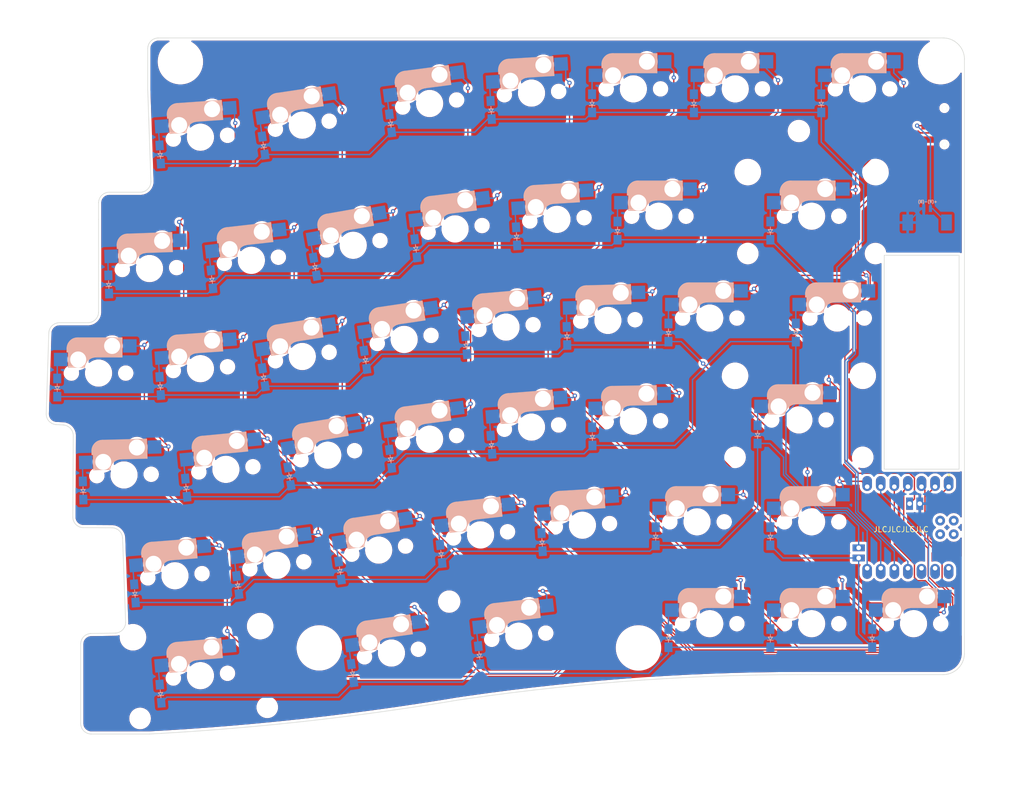
<source format=kicad_pcb>
(kicad_pcb (version 20211014) (generator pcbnew)
  (layers (0 "F.Cu" signal) (31 "B.Cu" signal) (34 "B.Paste" user) (35 "F.Paste" user) (36 "B.SilkS" user "B.Silkscreen") (37 "F.SilkS" user "F.Silkscreen") (38 "B.Mask" user) (39 "F.Mask" user) (44 "Edge.Cuts" user))
  (net 0 "")
  (net 1 "Net-(BC1-Pad1)")
  (net 2 "GND")
  (net 3 "ROW0")
  (net 4 "ROW1")
  (net 5 "ROW2")
  (net 6 "ROW3")
  (net 11 "COL0")
  (net 12 "COL1")
  (net 13 "COL6")
  (net 17 "ROW4")
  (net 18 "COL5")
  (net 19 "COL4")
  (net 20 "COL3")
  (net 21 "COL2")
  (net 23 "+BATT")
  (net 64 "ROW5")
  (footprint "footprints:MX-hotswap-diode-smd" (layer "F.Cu") (at 156.604206 109.612525 -175.5)
    (fp_text reference "SW26" hide)
    (fp_text value "Switch")
  )
  (footprint "footprints:MX-hotswap-diode-smd" (layer "F.Cu") (at 189.941706 146.375025 180)
    (fp_text reference "SW39" hide)
    (fp_text value "Switch")
  )
  (footprint "" (layer "F.Cu") (at 206.604206 54.242525)
    (fp_text reference "")
    (fp_text value "")
  )
  (footprint "footprints:MX-hotswap-diode-smd" (layer "F.Cu") (at 137.554206 49.100025 -172.5)
    (fp_text reference "SW3" hide)
    (fp_text value "Switch")
  )
  (footprint "footprints:MX-hotswap-diode-smd" (layer "F.Cu") (at 113.741706 96.412525 -171)
    (fp_text reference "SW17" hide)
    (fp_text value "Switch")
  )
  (footprint "footprints:MX-hotswap-diode-smd" (layer "F.Cu") (at 85.166706 79.962525 -178)
    (fp_text reference "SW8" hide)
    (fp_text value "Switch")
  )
  (footprint "footprints:MX-hotswap-diode-smd" (layer "F.Cu") (at 113.741706 53.150025 -171.5)
    (fp_text reference "SW2" hide)
    (fp_text value "Switch")
  )
  (footprint "footprints:MX-hotswap-diode-smd" (layer "F.Cu") (at 94.691706 98.686525 -176)
    (fp_text reference "SW16" hide)
    (fp_text value "Switch")
  )
  (footprint "footprints:MX-hotswap-diode-smd" (layer "F.Cu") (at 80.404206 118.562525 -178.5)
    (fp_text reference "SW22" hide)
    (fp_text value "Switch")
  )
  (footprint "" (layer "F.Cu") (at 233.121706 41.282534)
    (fp_text reference "")
    (fp_text value "")
  )
  (footprint "footprints:MX-hotswap-diode-smd" (layer "F.Cu") (at 175.654206 46.362525 180)
    (fp_text reference "SW5" hide)
    (fp_text value "Switch")
  )
  (footprint "footprints:MX-hotswap-diode-smd_2.25u_stabilizer" (layer "F.Cu") (at 206.610456 108.275025 180)
    (fp_text reference "SW35" hide)
    (fp_text value "Switch")
  )
  (footprint "footprints:MX-hotswap-diode-smd_1.5u" (layer "F.Cu") (at 213.754206 89.225025 180)
    (fp_text reference "SW28" hide)
    (fp_text value "Switch")
  )
  (footprint "footprints:MX-hotswap-diode-smd_1.25u" (layer "F.Cu") (at 130.410456 151.862525 -172)
    (fp_text reference "SW37" hide)
    (fp_text value "Switch")
  )
  (footprint "footprints:MX-hotswap-diode-smd" (layer "F.Cu") (at 208.991706 127.325025 180)
    (fp_text reference "SW42" hide)
    (fp_text value "Switch")
  )
  (footprint "footprints:MX-hotswap-diode-smd" (layer "F.Cu") (at 194.704206 46.362525 180)
    (fp_text reference "SW6" hide)
    (fp_text value "Switch")
  )
  (footprint "footprints:MX-hotswap-diode-smd" (layer "F.Cu") (at 218.516706 46.362525 180)
    (fp_text reference "SW7" hide)
    (fp_text value "Switch")
  )
  (footprint "Seeeduino XIAO KICAD:Seeeduino XIAO-MOUDLE14P-2.54-21X17.8MM" (layer "F.Cu") (at 226.991706 128.377525 -90)
    (fp_text reference "MCU1" hide)
    (fp_text value "xaio_ble" hide)
  )
  (footprint "footprints:MX-hotswap-diode-smd" (layer "F.Cu") (at 104.216706 78.417325 -173.5)
    (fp_text reference "SW9" hide)
    (fp_text value "Switch")
  )
  (footprint "footprints:MX-hotswap-diode-smd" (layer "F.Cu") (at 108.979206 135.462525 -172.5)
    (fp_text reference "SW30" hide)
    (fp_text value "Switch")
  )
  (footprint "footprints:SK19 toggle switch" (layer "F.Cu") (at 233.816706 53.347525 -90)
    (fp_text reference "TG_SW1" hide)
    (fp_text value "Toggle_Switch" hide)
  )
  (footprint "footprints:MX-hotswap-diode-smd" (layer "F.Cu") (at 208.991706 146.375025 180)
    (fp_text reference "SW40" hide)
    (fp_text value "Switch")
  )
  (footprint "footprints:MX-hotswap-diode-smd" (layer "F.Cu") (at 94.691706 55.400025 -176)
    (fp_text reference "SW1" hide)
    (fp_text value "Switch")
  )
  (footprint "footprints:MX-hotswap-diode-smd" (layer "F.Cu") (at 170.891706 89.662525 -178.5)
    (fp_text reference "SW20" hide)
    (fp_text value "Switch")
  )
  (footprint "footprints:MX-hotswap-diode-smd" (layer "F.Cu") (at 89.929206 137.412525 -175.5)
    (fp_text reference "SW29" hide)
    (fp_text value "Switch")
  )
  (footprint "footprints:MX-hotswap-diode-smd_2.25u_stabilizer" (layer "F.Cu") (at 94.691706 156.094516 -175)
    (fp_text reference "SW36" hide)
    (fp_text value "Switch")
  )
  (footprint "footprints:MX-hotswap-diode-smd" (layer "F.Cu") (at 147.079206 129.762525 -173.5)
    (fp_text reference "SW32" hide)
    (fp_text value "Switch")
  )
  (footprint "" (layer "F.Cu") (at 141.211706 142.242525)
    (fp_text reference "")
    (fp_text value "")
  )
  (footprint "footprints:MX-hotswap-diode-smd" (layer "F.Cu") (at 228.041706 146.375025 180)
    (fp_text reference "SW41" hide)
    (fp_text value "Switch")
  )
  (footprint "footprints:MX-hotswap-diode-smd" (layer "F.Cu") (at 166.129206 127.962525 -176.5)
    (fp_text reference "SW33" hide)
    (fp_text value "Switch")
  )
  (footprint "footprints:MX-hotswap-diode-smd_2u_stabilizer" (layer "F.Cu") (at 208.991706 70.175025 180)
    (fp_text reference "SW14" hide)
    (fp_text value "Switch")
  )
  (footprint "footprints:MX-hotswap-diode-smd" (layer "F.Cu") (at 142.316706 72.542525 -173)
    (fp_text reference "SW11" hide)
    (fp_text value "Switch")
  )
  (footprint "footprints:battery_1.25mm_jst" (layer "F.Cu") (at 230.581706 68.755025)
    (fp_text reference "BC1" hide)
    (fp_text value "Battery_Connector" hide)
  )
  (footprint "" (layer "F.Cu") (at 116.916706 150.900034)
    (fp_text reference "")
    (fp_text value "")
  )
  (footprint "" (layer "F.Cu") (at 90.946706 41.282534)
    (fp_text reference "")
    (fp_text value "")
  )
  (footprint "footprints:MX-hotswap-diode-smd_1.25u" (layer "F.Cu") (at 154.222956 148.712525 -173.5)
    (fp_text reference "SW38" hide)
    (fp_text value "Switch")
  )
  (footprint "footprints:MX-hotswap-diode-smd" (layer "F.Cu") (at 75.641706 99.512525 180)
    (fp_text reference "SW15" hide)
    (fp_text value "Switch")
  )
  (footprint "footprints:MX-hotswap-diode-smd" (layer "F.Cu") (at 189.941706 89.225025 180)
    (fp_text reference "SW21" hide)
    (fp_text value "Switch")
  )
  (footprint "footprints:MX-hotswap-diode-smd" (layer "F.Cu") (at 128.029206 132.612525 -171.5)
    (fp_text reference "SW31" hide)
    (fp_text value "Switch")
  )
  (footprint "footprints:MX-hotswap-diode-smd" (layer "F.Cu") (at 161.366706 70.762525 -176.5)
    (fp_text reference "SW12" hide)
    (fp_text value "Switch")
  )
  (footprint "footprints:MX-hotswap-diode-smd" (layer "F.Cu") (at 123.266706 75.612525 -170)
    (fp_text reference "SW10" hide)
    (fp_text value "Switch")
  )
  (footprint "footprints:MX-hotswap-diode-smd" (layer "F.Cu") (at 99.454206 117.512525 -174.5)
    (fp_text reference "SW23" hide)
    (fp_text value "Switch")
  )
  (footprint "footprints:MX-hotswap-diode-smd_1.25u" (layer "F.Cu") (at 187.560456 127.325025 180)
    (fp_text reference "SW34" hide)
    (fp_text value "Switch")
  )
  (footprint "footprints:MX-hotswap-diode-smd" (layer "F.Cu") (at 151.841706 90.912525 -175)
    (fp_text reference "SW19" hide)
    (fp_text value "Switch")
  )
  (footprint "footprints:MX-hotswap-diode-smd" (layer "F.Cu") (at 180.416706 70.175025 180)
    (fp_text reference "SW13" hide)
    (fp_text value "Switch")
  )
  (footprint "footprints:MX-hotswap-diode-smd" (layer "F.Cu") (at 132.791706 93.212525 -171.5)
    (fp_text reference "SW18" hide)
    (fp_text value "Switch")
  )
  (footprint "footprints:MX-hotswap-diode-smd" (layer "F.Cu") (at 137.554206 111.862525 -172.5)
    (fp_text reference "SW25" hide)
    (fp_text value "Switch")
  )
  (footprint "footprints:MX-hotswap-diode-smd" (layer "F.Cu") (at 175.654206 108.512525 -179)
    (fp_text reference "SW27" hide)
    (fp_text value "Switch")
  )
  (footprint "footprints:MX-hotswap-diode-smd" (layer "F.Cu") (at 156.604206 47.150025 -176.5)
    (fp_text reference "SW4" hide)
    (fp_text value "Switch")
  )
  (footprint "" (layer "F.Cu") (at 176.606706 150.900034)
    (fp_text reference "")
    (fp_text value "")
  )
  (footprint "footprints:MX-hotswap-diode-smd" (layer "F.Cu") (at 118.504206 114.862525 -170.5)
    (fp_text reference "SW24" hide)
    (fp_text value "Switch")
  )
  (gr_line (start 72.297775 165.155386) (end 72.295256 165.012525) (layer "Edge.Cuts") (width 0.1))
  (gr_line (start 237.184893 39.126244) (end 237.335203 39.48913) (layer "Edge.Cuts") (width 0.1))
  (gr_line (start 65.847567 107.227996) (end 65.84966 107.086703) (layer "Edge.Cuts") (width 0.1))
  (gr_line (start 236.254602 37.87188) (end 236.532341 38.149621) (layer "Edge.Cuts") (width 0.1))
  (gr_line (start 235.950932 155.114776) (end 235.62435 155.332991) (layer "Edge.Cuts") (width 0.1))
  (gr_line (start 135.943111 161.76843) (end 131.551029 162.423215) (layer "Edge.Cuts") (width 0.1))
  (gr_line (start 70.682896 110.282829) (end 70.537791 110.046075) (layer "Edge.Cuts") (width 0.1))
  (gr_line (start 235.277952 155.518144) (end 234.915073 155.668453) (layer "Edge.Cuts") (width 0.1))
  (gr_line (start 80.074907 129.961116) (end 79.988929 129.696623) (layer "Edge.Cuts") (width 0.1))
  (gr_line (start 75.644132 67.544655) (end 75.684794 67.261822) (layer "Edge.Cuts") (width 0.1))
  (gr_line (start 67.646748 90.206182) (end 67.915753 90.128905) (layer "Edge.Cuts") (width 0.1))
  (gr_line (start 236.532289 154.587867) (end 236.254553 154.865602) (layer "Edge.Cuts") (width 0.1))
  (gr_line (start 73.86958 166.969316) (end 73.59543 166.88882) (layer "Edge.Cuts") (width 0.1))
  (gr_line (start 78.143147 128.446386) (end 72.815325 128.417112) (layer "Edge.Cuts") (width 0.1))
  (gr_line (start 72.413726 149.514586) (end 72.52759 149.259148) (layer "Edge.Cuts") (width 0.1))
  (gr_line (start 237.525847 40.25024) (end 237.564344 40.641133) (layer "Edge.Cuts") (width 0.1))
  (gr_line (start 86.136638 36.9611) (end 86.410804 36.880598) (layer "Edge.Cuts") (width 0.1))
  (gr_line (start 122.750826 163.619646) (end 118.343351 164.161205) (layer "Edge.Cuts") (width 0.1))
  (gr_line (start 79.955871 147.691302) (end 80.165591 147.496449) (layer "Edge.Cuts") (width 0.1))
  (gr_line (start 78.767733 148.129351) (end 78.910707 148.122136) (layer "Edge.Cuts") (width 0.1))
  (gr_line (start 77.641706 65.687525) (end 83.426641 65.687525) (layer "Edge.Cuts") (width 0.1))
  (gr_line (start 237.449166 152.872528) (end 237.335147 153.248391) (layer "Edge.Cuts") (width 0.1))
  (gr_line (start 75.24484 89.287611) (end 75.399315 89.047247) (layer "Edge.Cuts") (width 0.1))
  (gr_line (start 84.649306 65.273626) (end 84.86696 65.078963) (layer "Edge.Cuts") (width 0.1))
  (gr_line (start 73.59543 166.88882) (end 73.335526 166.770128) (layer "Edge.Cuts") (width 0.1))
  (gr_line (start 202.73771 155.919107) (end 198.568818 155.982964) (layer "Edge.Cuts") (width 0.1))
  (gr_line (start 66.05615 108.043851) (end 65.948319 107.78266) (layer "Edge.Cuts") (width 0.1))
  (gr_line (start 235.624388 37.404479) (end 235.950976 37.622699) (layer "Edge.Cuts") (width 0.1))
  (gr_line (start 80.671979 146.485728) (end 80.702492 146.201089) (layer "Edge.Cuts") (width 0.1))
  (gr_line (start 74.152394 167.009978) (end 73.86958 166.969316) (layer "Edge.Cuts") (width 0.1))
  (gr_line (start 76.038473 66.487355) (end 76.225592 66.271406) (layer "Edge.Cuts") (width 0.1))
  (gr_line (start 79.71187 129.21585) (end 79.526133 129.008846) (layer "Edge.Cuts") (width 0.1))
  (gr_line (start 75.59851 88.513199) (end 75.639175 88.230386) (layer "Edge.Cuts") (width 0.1))
  (gr_line (start 71.063546 127.367411) (end 70.946257 127.106904) (layer "Edge.Cuts") (width 0.1))
  (gr_line (start 177.743784 156.895695) (end 173.585291 157.196816) (layer "Edge.Cuts") (width 0.1))
  (gr_line (start 70.793853 110.537381) (end 70.682896 110.282829) (layer "Edge.Cuts") (width 0.1))
  (gr_line (start 74.841796 89.690651) (end 75.057731 89.503544) (layer "Edge.Cuts") (width 0.1))
  (gr_line (start 73.06385 148.621006) (end 73.295864 148.464853) (layer "Edge.Cuts") (width 0.1))
  (gr_line (start 161.129589 158.336873) (end 156.985528 158.795675) (layer "Edge.Cuts") (width 0.1))
  (gr_line (start 74.228626 148.201279) (end 78.767733 148.129351) (layer "Edge.Cuts") (width 0.1))
  (gr_line (start 80.69979 146.057958) (end 80.130843 130.373852) (layer "Edge.Cuts") (width 0.1))
  (gr_line (start 186.06841 156.411968) (end 181.904949 156.634071) (layer "Edge.Cuts") (width 0.1))
  (gr_line (start 67.749738 109.148515) (end 67.608744 109.139097) (layer "Edge.Cuts") (width 0.1))
  (gr_line (start 74.341529 89.963817) (end 74.601431 89.845124) (layer "Edge.Cuts") (width 0.1))
  (gr_line (start 67.915753 90.128905) (end 68.192905 90.089888) (layer "Edge.Cuts") (width 0.1))
  (gr_line (start 78.557409 128.489666) (end 78.28219 128.449624) (layer "Edge.Cuts") (width 0.1))
  (gr_line (start 113.931392 164.664937) (end 109.515276 165.130806) (layer "Edge.Cuts") (width 0.1))
  (gr_line (start 237.525795 152.487299) (end 237.449166 152.872528) (layer "Edge.Cuts") (width 0.1))
  (gr_line (start 72.33844 165.438201) (end 72.297775 165.155386) (layer "Edge.Cuts") (width 0.1))
  (gr_line (start 86.410804 36.880598) (end 86.693636 36.839933) (layer "Edge.Cuts") (width 0.1))
  (gr_line (start 85.39535 64.054695) (end 85.427819 63.764501) (layer "Edge.Cuts") (width 0.1))
  (gr_line (start 235.62435 155.332991) (end 235.277952 155.518144) (layer "Edge.Cuts") (width 0.1))
  (gr_line (start 77.216004 65.730598) (end 77.498836 65.689933) (layer "Edge.Cuts") (width 0.1))
  (gr_line (start 236.78152 38.453249) (end 236.999737 38.779838) (layer "Edge.Cuts") (width 0.1))
  (gr_line (start 84.836506 46.531199) (end 84.836506 38.837525) (layer "Edge.Cuts") (width 0.1))
  (gr_line (start 69.144595 109.220025) (end 69.006045 109.210708) (layer "Edge.Cuts") (width 0.1))
  (gr_line (start 118.343351 164.161205) (end 113.931392 164.664937) (layer "Edge.Cuts") (width 0.1))
  (gr_line (start 72.537637 165.972251) (end 72.418941 165.712349) (layer "Edge.Cuts") (width 0.1))
  (gr_line (start 165.277819 157.917438) (end 161.129589 158.336873) (layer "Edge.Cuts") (width 0.1))
  (gr_line (start 91.815726 166.615014) (end 87.383696 166.891111) (layer "Edge.Cuts") (width 0.1))
  (gr_line (start 233.566706 36.837525) (end 233.763098 36.839857) (layer "Edge.Cuts") (width 0.1))
  (gr_line (start 80.702492 146.201089) (end 80.69979 146.057958) (layer "Edge.Cuts") (width 0.1))
  (gr_line (start 77.498836 65.689933) (end 77.641706 65.687525) (layer "Edge.Cuts") (width 0.1))
  (gr_line (start 84.837139 46.582978) (end 84.836543 46.548461) (layer "Edge.Cuts") (width 0.1))
  (gr_line (start 70.156901 109.643742) (end 69.928441 109.4859) (layer "Edge.Cuts") (width 0.1))
  (gr_line (start 72.879223 166.428549) (end 72.692113 166.212615) (layer "Edge.Cuts") (width 0.1))
  (gr_line (start 69.928441 109.4859) (end 69.680342 109.361182) (layer "Edge.Cuts") (width 0.1))
  (gr_line (start 73.813461 148.256472) (end 74.088949 148.208306) (layer "Edge.Cuts") (width 0.1))
  (gr_line (start 83.572643 65.684868) (end 83.861543 65.642399) (layer "Edge.Cuts") (width 0.1))
  (gr_line (start 78.28219 128.449624) (end 78.143147 128.446386) (layer "Edge.Cuts") (width 0.1))
  (gr_line (start 75.399315 89.047247) (end 75.51801 88.787347) (layer "Edge.Cuts") (width 0.1))
  (gr_line (start 148.711409 159.831213) (end 144.582096 160.407854) (layer "Edge.Cuts") (width 0.1))
  (gr_line (start 237.566706 40.837525) (end 237.566706 151.900025) (layer "Edge.Cuts") (width 0.1))
  (gr_line (start 70.828076 126.549362) (end 70.826342 126.406504) (layer "Edge.Cuts") (width 0.1))
  (gr_line (start 74.067381 90.044314) (end 74.341529 89.963817) (layer "Edge.Cuts") (width 0.1))
  (gr_line (start 69.417374 109.271985) (end 69.144595 109.220025) (layer "Edge.Cuts") (width 0.1))
  (gr_line (start 84.960094 38.137656) (end 85.078792 37.877736) (layer "Edge.Cuts") (width 0.1))
  (gr_line (start 85.63634 37.234285) (end 85.87672 37.079801) (layer "Edge.Cuts") (width 0.1))
  (gr_line (start 76.44154 66.084285) (end 76.68192 65.929801) (layer "Edge.Cuts") (width 0.1))
  (gr_line (start 67.064139 108.993466) (end 66.812607 108.864703) (layer "Edge.Cuts") (width 0.1))
  (gr_line (start 73.641706 90.087525) (end 73.784567 90.084977) (layer "Edge.Cuts") (width 0.1))
  (gr_line (start 71.617533 128.013745) (end 71.402635 127.825493) (layer "Edge.Cuts") (width 0.1))
  (gr_line (start 80.345387 147.273685) (end 80.491584 147.027562) (layer "Edge.Cuts") (width 0.1))
  (gr_line (start 80.491584 147.027562) (end 80.601194 146.763108) (layer "Edge.Cuts") (width 0.1))
  (gr_line (start 84.836543 46.548461) (end 84.836506 46.531199) (layer "Edge.Cuts") (width 0.1))
  (gr_line (start 140.329414 161.075996) (end 135.943111 161.76843) (layer "Edge.Cuts") (width 0.1))
  (gr_line (start 152.84601 159.293803) (end 148.711409 159.831213) (layer "Edge.Cuts") (width 0.1))
  (gr_line (start 75.684794 67.261822) (end 75.765294 66.987656) (layer "Edge.Cuts") (width 0.1))
  (gr_line (start 233.566706 155.900025) (end 208.991706 155.900025) (layer "Edge.Cuts") (width 0.1))
  (gr_line (start 236.254553 154.865602) (end 235.950932 155.114776) (layer "Edge.Cuts") (width 0.1))
  (gr_line (start 65.878327 107.508891) (end 65.847567 107.227996) (layer "Edge.Cuts") (width 0.1))
  (gr_line (start 237.335147 153.248391) (end 237.184836 153.611269) (layer "Edge.Cuts") (width 0.1))
  (gr_line (start 66.596691 91.089528) (end 66.752791 90.857217) (layer "Edge.Cuts") (width 0.1))
  (gr_line (start 236.999737 38.779838) (end 237.184893 39.126244) (layer "Edge.Cuts") (width 0.1))
  (gr_line (start 234.539209 155.78247) (end 234.15398 155.859097) (layer "Edge.Cuts") (width 0.1))
  (gr_line (start 85.87672 37.079801) (end 86.136638 36.9611) (layer "Edge.Cuts") (width 0.1))
  (gr_line (start 67.153936 90.468765) (end 67.391144 90.320211) (layer "Edge.Cuts") (width 0.1))
  (gr_line (start 79.313505 128.829573) (end 79.078089 128.681491) (layer "Edge.Cuts") (width 0.1))
  (gr_line (start 233.763098 36.839857) (end 234.153991 36.878358) (layer "Edge.Cuts") (width 0.1))
  (gr_line (start 173.585291 157.196816) (end 169.429844 157.537407) (layer "Edge.Cuts") (width 0.1))
  (gr_line (start 237.564344 40.641133) (end 237.566706 40.837525) (layer "Edge.Cuts") (width 0.1))
  (gr_line (start 66.812607 108.864703) (end 66.581704 108.701817) (layer "Edge.Cuts") (width 0.1))
  (gr_line (start 85.427819 63.764501) (end 85.425449 63.618493) (layer "Edge.Cuts") (width 0.1))
  (gr_line (start 234.153991 36.878358) (end 234.539228 36.954987) (layer "Edge.Cuts") (width 0.1))
  (gr_line (start 85.053993 64.854719) (end 85.206428 64.60566) (layer "Edge.Cuts") (width 0.1))
  (gr_line (start 66.333881 92.023267) (end 66.340716 91.883472) (layer "Edge.Cuts") (width 0.1))
  (gr_line (start 73.335526 166.770128) (end 73.09516 166.615656) (layer "Edge.Cuts") (width 0.1))
  (gr_line (start 72.116259 128.289594) (end 71.857033 128.169502) (layer "Edge.Cuts") (width 0.1))
  (gr_rect (start 222.566706 77.477525) (end 236.566706 117.477525) (layer "Edge.Cuts") (width 0.1) (fill none))
  (gr_line (start 70.946257 127.106904) (end 70.867231 126.832359) (layer "Edge.Cuts") (width 0.1))
  (gr_line (start 74.088949 148.208306) (end 74.228626 148.201279) (layer "Edge.Cuts") (width 0.1))
  (gr_line (start 85.078792 37.877736) (end 85.233273 37.637355) (layer "Edge.Cuts") (width 0.1))
  (gr_line (start 72.52759 149.259148) (end 72.67593 149.022064) (layer "Edge.Cuts") (width 0.1))
  (gr_line (start 234.539228 36.954987) (end 234.915099 37.069007) (layer "Edge.Cuts") (width 0.1))
  (gr_line (start 84.141197 65.558371) (end 84.405659 65.434569) (layer "Edge.Cuts") (width 0.1))
  (gr_line (start 70.905486 111.080048) (end 70.868529 110.804835) (layer "Edge.Cuts") (width 0.1))
  (gr_line (start 66.581704 108.701817) (end 66.376027 108.508051) (layer "Edge.Cuts") (width 0.1))
  (gr_line (start 181.904949 156.634071) (end 177.743784 156.895695) (layer "Edge.Cuts") (width 0.1))
  (gr_line (start 235.950976 37.622699) (end 236.254602 37.87188) (layer "Edge.Cuts") (width 0.1))
  (gr_line (start 84.86696 65.078963) (end 85.053993 64.854719) (layer "Edge.Cuts") (width 0.1))
  (gr_line (start 236.999681 153.957666) (end 236.781465 154.284248) (layer "Edge.Cuts") (width 0.1))
  (gr_line (start 85.166706 167.012525) (end 74.295256 167.012525) (layer "Edge.Cuts") (width 0.1))
  (gr_line (start 79.867134 129.446593) (end 79.71187 129.21585) (layer "Edge.Cuts") (width 0.1))
  (gr_line (start 208.991706 155.900025) (end 206.90702 155.894836) (layer "Edge.Cuts") (width 0.1))
  (gr_line (start 72.336558 149.783396) (end 72.413726 149.514586) (layer "Edge.Cuts") (width 0.1))
  (gr_line (start 198.568818 155.982964) (end 194.40072 156.086399) (layer "Edge.Cuts") (width 0.1))
  (gr_line (start 76.68192 65.929801) (end 76.941838 65.8111) (layer "Edge.Cuts") (width 0.1))
  (gr_line (start 84.405659 65.434569) (end 84.649306 65.273626) (layer "Edge.Cuts") (width 0.1))
  (gr_line (start 234.915099 37.069007) (end 235.277984 37.21932) (layer "Edge.Cuts") (width 0.1))
  (gr_line (start 72.672495 128.413781) (end 72.389936 128.371577) (layer "Edge.Cuts") (width 0.1))
  (gr_line (start 87.383696 166.891111) (end 85.166706 167.012525) (layer "Edge.Cuts") (width 0.1))
  (gr_line (start 68.192905 90.089888) (end 68.332848 90.087525) (layer "Edge.Cuts") (width 0.1))
  (gr_line (start 69.680342 109.361182) (end 69.417374 109.271985) (layer "Edge.Cuts") (width 0.1))
  (gr_line (start 71.857033 128.169502) (end 71.617533 128.013745) (layer "Edge.Cuts") (width 0.1))
  (gr_line (start 70.826342 126.406504) (end 70.907127 111.2189) (layer "Edge.Cuts") (width 0.1))
  (gr_line (start 76.941838 65.8111) (end 77.216004 65.730598) (layer "Edge.Cuts") (width 0.1))
  (gr_line (start 206.90702 155.894836) (end 202.73771 155.919107) (layer "Edge.Cuts") (width 0.1))
  (gr_line (start 156.985528 158.795675) (end 152.84601 159.293803) (layer "Edge.Cuts") (width 0.1))
  (gr_line (start 76.225592 66.271406) (end 76.44154 66.084285) (layer "Edge.Cuts") (width 0.1))
  (gr_line (start 74.295256 167.012525) (end 74.152394 167.009978) (layer "Edge.Cuts") (width 0.1))
  (gr_line (start 71.402635 127.825493) (end 71.216711 127.608576) (layer "Edge.Cuts") (width 0.1))
  (gr_line (start 194.40072 156.086399) (end 190.233792 156.229405) (layer "Edge.Cuts") (width 0.1))
  (gr_line (start 66.939757 90.64894) (end 67.153936 90.468765) (layer "Edge.Cuts") (width 0.1))
  (gr_line (start 79.192534 148.071902) (end 79.46432 147.981998) (layer "Edge.Cuts") (width 0.1))
  (gr_line (start 66.340716 91.883472) (end 66.388621 91.607717) (layer "Edge.Cuts") (width 0.1))
  (gr_line (start 109.515276 165.130806) (end 105.095325 165.558779) (layer "Edge.Cuts") (width 0.1))
  (gr_line (start 75.641706 67.687525) (end 75.644132 67.544655) (layer "Edge.Cuts") (width 0.1))
  (gr_line (start 70.907127 111.2189) (end 70.905486 111.080048) (layer "Edge.Cuts") (width 0.1))
  (gr_line (start 86.836506 36.837525) (end 233.566706 36.837525) (layer "Edge.Cuts") (width 0.1))
  (gr_line (start 127.153493 163.040303) (end 122.750826 163.619646) (layer "Edge.Cuts") (width 0.1))
  (gr_line (start 70.361328 109.831672) (end 70.156901 109.643742) (layer "Edge.Cuts") (width 0.1))
  (gr_line (start 144.582096 160.407854) (end 142.519906 160.713325) (layer "Edge.Cuts") (width 0.1))
  (gr_line (start 72.692113 166.212615) (end 72.537637 165.972251) (layer "Edge.Cuts") (width 0.1))
  (gr_line (start 85.321026 64.337082) (end 85.39535 64.054695) (layer "Edge.Cuts") (width 0.1))
  (gr_line (start 84.836506 38.837525) (end 84.838932 38.694655) (layer "Edge.Cuts") (width 0.1))
  (gr_line (start 66.199672 108.287264) (end 66.05615 108.043851) (layer "Edge.Cuts") (width 0.1))
  (gr_line (start 72.815325 128.417112) (end 72.672495 128.413781) (layer "Edge.Cuts") (width 0.1))
  (gr_line (start 65.948319 107.78266) (end 65.878327 107.508891) (layer "Edge.Cuts") (width 0.1))
  (gr_line (start 84.879594 38.411822) (end 84.960094 38.137656) (layer "Edge.Cuts") (width 0.1))
  (gr_line (start 74.601431 89.845124) (end 74.841796 89.690651) (layer "Edge.Cuts") (width 0.1))
  (gr_line (start 83.861543 65.642399) (end 84.141197 65.558371) (layer "Edge.Cuts") (width 0.1))
  (gr_line (start 66.474505 91.341334) (end 66.596691 91.089528) (layer "Edge.Cuts") (width 0.1))
  (gr_line (start 73.784567 90.084977) (end 74.067381 90.044314) (layer "Edge.Cuts") (width 0.1))
  (gr_line (start 84.838932 38.694655) (end 84.879594 38.411822) (layer "Edge.Cuts") (width 0.1))
  (gr_line (start 68.332848 90.087525) (end 73.641706 90.087525) (layer "Edge.Cuts") (width 0.1))
  (gr_line (start 235.277984 37.21932) (end 235.624388 37.404479) (layer "Edge.Cuts") (width 0.1))
  (gr_line (start 83.426641 65.687525) (end 83.572643 65.684868) (layer "Edge.Cuts") (width 0.1))
  (gr_line (start 78.910707 148.122136) (end 79.192534 148.071902) (layer "Edge.Cuts") (width 0.1))
  (gr_line (start 67.331291 109.085542) (end 67.064139 108.993466) (layer "Edge.Cuts") (width 0.1))
  (gr_line (start 85.420392 37.421406) (end 85.63634 37.234285) (layer "Edge.Cuts") (width 0.1))
  (gr_line (start 237.564296 152.096413) (end 237.525795 152.487299) (layer "Edge.Cuts") (width 0.1))
  (gr_line (start 142.519906 160.713325) (end 140.329414 161.075996) (layer "Edge.Cuts") (width 0.1))
  (gr_line (start 80.123408 130.234972) (end 80.074907 129.961116) (layer "Edge.Cuts") (width 0.1))
  (gr_line (start 85.425449 63.618493) (end 84.837698 46.600231) (layer "Edge.Cuts") (width 0.1))
  (gr_line (start 237.566706 151.900025) (end 237.564296 152.096413) (layer "Edge.Cuts") (width 0.1))
  (gr_line (start 72.855854 148.807958) (end 73.06385 148.621006) (layer "Edge.Cuts") (width 0.1))
  (gr_line (start 73.547369 148.342547) (end 73.813461 148.256472) (layer "Edge.Cuts") (width 0.1))
  (gr_line (start 80.165591 147.496449) (end 80.345387 147.273685) (layer "Edge.Cuts") (width 0.1))
  (gr_line (start 75.51801 88.787347) (end 75.59851 88.513199) (layer "Edge.Cuts") (width 0.1))
  (gr_line (start 71.216711 127.608576) (end 71.063546 127.367411) (layer "Edge.Cuts") (width 0.1))
  (gr_line (start 79.720511 147.854261) (end 79.955871 147.691302) (layer "Edge.Cuts") (width 0.1))
  (gr_line (start 105.095325 165.558779) (end 100.671867 165.948823) (layer "Edge.Cuts") (width 0.1))
  (gr_line (start 234.15398 155.859097) (end 233.763094 155.897597) (layer "Edge.Cuts") (width 0.1))
  (gr_line (start 131.551029 162.423215) (end 127.153493 163.040303) (layer "Edge.Cuts") (width 0.1))
  (gr_line (start 73.295864 148.464853) (end 73.547369 148.342547) (layer "Edge.Cuts") (width 0.1))
  (gr_line (start 236.781465 154.284248) (end 236.532289 154.587867) (layer "Edge.Cuts") (width 0.1))
  (gr_line (start 72.295256 150.200169) (end 72.297592 150.060335) (layer "Edge.Cuts") (width 0.1))
  (gr_line (start 169.429844 157.537407) (end 165.277819 157.917438) (layer "Edge.Cuts") (width 0.1))
  (gr_line (start 66.752791 90.857217) (end 66.939757 90.64894) (layer "Edge.Cuts") (width 0.1))
  (gr_line (start 70.537791 110.046075) (end 70.361328 109.831672) (layer "Edge.Cuts") (width 0.1))
  (gr_line (start 66.388621 91.607717) (end 66.474505 91.341334) (layer "Edge.Cuts") (width 0.1))
  (gr_line (start 80.601194 146.763108) (end 80.671979 146.485728) (layer "Edge.Cuts") (width 0.1))
  (gr_line (start 69.006045 109.210708) (end 67.749738 109.148515) (layer "Edge.Cuts") (width 0.1))
  (gr_line (start 190.233792 156.229405) (end 186.06841 156.411968) (layer "Edge.Cuts") (width 0.1))
  (gr_line (start 79.988929 129.696623) (end 79.867134 129.446593) (layer "Edge.Cuts") (width 0.1))
  (gr_line (start 96.245225 166.30091) (end 91.815726 166.615014) (layer "Edge.Cuts") (width 0.1))
  (gr_line (start 100.671867 165.948823) (end 96.245225 166.30091) (layer "Edge.Cuts") (width 0.1))
  (gr_line (start 72.295256 165.012525) (end 72.295256 150.200169) (layer "Edge.Cuts") (width 0.1))
  (gr_line (start 67.391144 90.320211) (end 67.646748 90.206182) (layer "Edge.Cuts") (width 0.1))
  (gr_line (start 72.297592 150.060335) (end 72.336558 149.783396) (layer "Edge.Cuts") (width 0.1))
  (gr_line (start 75.639175 88.230386) (end 75.641706 88.087525) (layer "Edge.Cuts") (width 0.1))
  (gr_line (start 72.67593 149.022064) (end 72.855854 148.807958) (layer "Edge.Cuts") (width 0.1))
  (gr_line (start 79.526133 129.008846) (end 79.313505 128.829573) (layer "Edge.Cuts") (width 0.1))
  (gr_line (start 75.057731 89.503544) (end 75.24484 89.287611) (layer "Edge.Cuts") (width 0.1))
  (gr_line (start 86.693636 36.839933) (end 86.836506 36.837525) (layer "Edge.Cuts") (width 0.1))
  (gr_line (start 233.763094 155.897597) (end 233.566706 155.900025) (layer "Edge.Cuts") (width 0.1))
  (gr_line (start 79.078089 128.681491) (end 78.824426 128.567455) (layer "Edge.Cuts") (width 0.1))
  (gr_line (start 66.376027 108.508051) (end 66.199672 108.287264) (layer "Edge.Cuts") (width 0.1))
  (gr_line (start 67.608744 109.139097) (end 67.331291 109.085542) (layer "Edge.Cuts") (width 0.1))
  (gr_line (start 73.09516 166.615656) (end 72.879223 166.428549) (layer "Edge.Cuts") (width 0.1))
  (gr_line (start 75.641706 70.775745) (end 75.641706 67.687525) (layer "Edge.Cuts") (width 0.1))
  (gr_line (start 72.389936 128.371577) (end 72.116259 128.289594) (layer "Edge.Cuts") (width 0.1))
  (gr_line (start 234.915073 155.668453) (end 234.539209 155.78247) (layer "Edge.Cuts") (width 0.1))
  (gr_line (start 75.883992 66.727736) (end 76.038473 66.487355) (layer "Edge.Cuts") (width 0.1))
  (gr_line (start 85.206428 64.60566) (end 85.321026 64.337082) (layer "Edge.Cuts") (width 0.1))
  (gr_line (start 80.130843 130.373852) (end 80.123408 130.234972) (layer "Edge.Cuts") (width 0.1))
  (gr_line (start 75.765294 66.987656) (end 75.883992 66.727736) (layer "Edge.Cuts") (width 0.1))
  (gr_line (start 70.868529 110.804835) (end 70.793853 110.537381) (layer "Edge.Cuts") (width 0.1))
  (gr_line (start 78.824426 128.567455) (end 78.557409 128.489666) (layer "Edge.Cuts") (width 0.1))
  (gr_line (start 85.233273 37.637355) (end 85.420392 37.421406) (layer "Edge.Cuts") (width 0.1))
  (gr_line (start 237.335203 39.48913) (end 237.449221 39.865002) (layer "Edge.Cuts") (width 0.1))
  (gr_line (start 72.418941 165.712349) (end 72.33844 165.438201) (layer "Edge.Cuts") (width 0.1))
  (gr_line (start 236.532341 38.149621) (end 236.78152 38.453249) (layer "Edge.Cuts") (width 0.1))
  (gr_line (start 79.46432 147.981998) (end 79.720511 147.854261) (layer "Edge.Cuts") (width 0.1))
  (gr_line (start 84.837698 46.600231) (end 84.837139 46.582978) (layer "Edge.Cuts") (width 0.1))
  (gr_line (start 237.449221 39.865002) (end 237.525847 40.25024) (layer "Edge.Cuts") (width 0.1))
  (gr_line (start 75.641706 88.087525) (end 75.641706 70.775745) (layer "Edge.Cuts") (width 0.1))
  (gr_line (start 237.184836 153.611269) (end 236.999681 153.957666) (layer "Edge.Cuts") (width 0.1))
  (gr_line (start 70.867231 126.832359) (end 70.828076 126.549362) (layer "Edge.Cuts") (width 0.1))
  (gr_line (start 65.84966 107.086703) (end 66.333881 92.023267) (layer "Edge.Cuts") (width 0.1))
  (gr_text "JLCJLCJLCJLC" (at 225.711706 128.742525) (layer "F.SilkS") (effects (font (size 1 1))))
  (segment (start 230.636706 53.242525) (end 230.741706 53.347525) (width 0.25) (layer "F.Cu") (net 1))
  (segment (start 228.711706 53.242525) (end 230.636706 53.242525) (width 0.25) (layer "F.Cu") (net 1))
  (via (at 228.711706 53.242525) (size 0.8) (drill 0.4) (layers "F.Cu" "B.Cu") (net 1))
  (segment (start 231.606706 68.755025) (end 234.206706 71.355025) (width 0.25) (layer "B.Cu") (net 1))
  (segment (start 231.206706 55.737525) (end 228.711706 53.242525) (width 0.25) (layer "B.Cu") (net 1))
  (segment (start 231.206706 68.755025) (end 231.606706 68.755025) (width 0.25) (layer "B.Cu") (net 1))
  (segment (start 231.206706 68.755025) (end 231.206706 55.737525) (width 0.25) (layer "B.Cu") (net 1))
  (segment (start 229.956706 68.755025) (end 229.556706 68.755025) (width 0.25) (layer "B.Cu") (net 2))
  (segment (start 229.556706 68.755025) (end 226.956706 71.355025) (width 0.25) (layer "B.Cu") (net 2))
  (segment (start 126.296785 58.643522) (end 130.46961 54.470697) (width 0.25) (layer "B.Cu") (net 3))
  (segment (start 106.75192 58.643522) (end 126.296785 58.643522) (width 0.25) (layer "B.Cu") (net 3))
  (segment (start 226.991706 134.749733) (end 226.991706 135.997525) (width 0.25) (layer "B.Cu") (net 3))
  (segment (start 130.46961 54.470697) (end 145.983534 54.470697) (width 0.25) (layer "B.Cu") (net 3))
  (segment (start 210.791706 50.762525) (end 210.791706 56.322525) (width 0.25) (layer "B.Cu") (net 3))
  (segment (start 217.661706 125.419733) (end 226.991706 134.749733) (width 0.25) (layer "B.Cu") (net 3))
  (segment (start 105.067266 60.328176) (end 106.75192 58.643522) (width 0.25) (layer "B.Cu") (net 3))
  (segment (start 148.440813 52.013418) (end 149.162228 52.013418) (width 0.25) (layer "B.Cu") (net 3))
  (segment (start 218.711706 64.242525) (end 218.711706 74.742525) (width 0.25) (layer "B.Cu") (net 3))
  (segment (start 215.661706 116.056129) (end 217.661706 118.056129) (width 0.25) (layer "B.Cu") (net 3))
  (segment (start 149.162228 52.013418) (end 166.678313 52.013418) (width 0.25) (layer "B.Cu") (net 3))
  (segment (start 213.711706 79.742525) (end 213.711706 84.606129) (width 0.25) (layer "B.Cu") (net 3))
  (segment (start 213.711706 84.606129) (end 217.161706 88.056129) (width 0.25) (layer "B.Cu") (net 3))
  (segment (start 210.791706 56.322525) (end 218.711706 64.242525) (width 0.25) (layer "B.Cu") (net 3))
  (segment (start 215.661706 97.428921) (end 215.661706 116.056129) (width 0.25) (layer "B.Cu") (net 3))
  (segment (start 217.161706 88.056129) (end 217.161706 95.928921) (width 0.25) (layer "B.Cu") (net 3))
  (segment (start 166.678313 52.013418) (end 167.929206 50.762525) (width 0.25) (layer "B.Cu") (net 3))
  (segment (start 217.161706 95.928921) (end 215.661706 97.428921) (width 0.25) (layer "B.Cu") (net 3))
  (segment (start 186.979206 50.762525) (end 210.791706 50.762525) (width 0.25) (layer "B.Cu") (net 3))
  (segment (start 217.661706 118.056129) (end 217.661706 125.419733) (width 0.25) (layer "B.Cu") (net 3))
  (segment (start 145.983534 54.470697) (end 148.440813 52.013418) (width 0.25) (layer "B.Cu") (net 3))
  (segment (start 167.929206 50.762525) (end 186.979206 50.762525) (width 0.25) (layer "B.Cu") (net 3))
  (segment (start 218.711706 74.742525) (end 213.711706 79.742525) (width 0.25) (layer "B.Cu") (net 3))
  (segment (start 87.292452 60.328176) (end 105.067266 60.328176) (width 0.25) (layer "B.Cu") (net 3))
  (segment (start 135.185512 77.851169) (end 137.410763 75.625918) (width 0.25) (layer "B.Cu") (net 4))
  (segment (start 172.691706 74.575025) (end 201.266706 74.575025) (width 0.25) (layer "B.Cu") (net 4))
  (segment (start 217.211706 125.606129) (end 217.211706 118.242525) (width 0.25) (layer "B.Cu") (net 4))
  (segment (start 97.039458 83.663536) (end 99.415883 81.287111) (width 0.25) (layer "B.Cu") (net 4))
  (segment (start 153.924728 75.625918) (end 171.640813 75.625918) (width 0.25) (layer "B.Cu") (net 4))
  (segment (start 137.410763 75.625918) (end 153.924728 75.625918) (width 0.25) (layer "B.Cu") (net 4))
  (segment (start 215.211706 116.242525) (end 215.211706 97.242525) (width 0.25) (layer "B.Cu") (net 4))
  (segment (start 215.211706 97.242525) (end 216.711706 95.742525) (width 0.25) (layer "B.Cu") (net 4))
  (segment (start 212.934206 86.242525) (end 201.266706 74.575025) (width 0.25) (layer "B.Cu") (net 4))
  (segment (start 99.415883 81.287111) (end 116.423118 81.287111) (width 0.25) (layer "B.Cu") (net 4))
  (segment (start 224.451706 135.997525) (end 224.451706 132.846129) (width 0.25) (layer "B.Cu") (net 4))
  (segment (start 96.073551 84.629443) (end 97.039458 83.663536) (width 0.25) (layer "B.Cu") (net 4))
  (segment (start 131.74957 81.287111) (end 135.185512 77.851169) (width 0.25) (layer "B.Cu") (net 4))
  (segment (start 217.211706 118.242525) (end 215.211706 116.242525) (width 0.25) (layer "B.Cu") (net 4))
  (segment (start 171.640813 75.625918) (end 172.691706 74.575025) (width 0.25) (layer "B.Cu") (net 4))
  (segment (start 216.711706 95.742525) (end 216.711706 88.242525) (width 0.25) (layer "B.Cu") (net 4))
  (segment (start 216.711706 88.242525) (end 214.711706 86.242525) (width 0.25) (layer "B.Cu") (net 4))
  (segment (start 116.423118 81.287111) (end 131.74957 81.287111) (width 0.25) (layer "B.Cu") (net 4))
  (segment (start 214.711706 86.242525) (end 212.934206 86.242525) (width 0.25) (layer "B.Cu") (net 4))
  (segment (start 77.59997 84.629443) (end 96.073551 84.629443) (width 0.25) (layer "B.Cu") (net 4))
  (segment (start 224.451706 132.846129) (end 217.211706 125.606129) (width 0.25) (layer "B.Cu") (net 4))
  (segment (start 188.699407 97.730226) (end 208.211706 117.242525) (width 0.25) (layer "F.Cu") (net 5))
  (segment (start 208.211706 117.242525) (end 208.211706 118.018025) (width 0.25) (layer "F.Cu") (net 5))
  (via (at 188.699407 97.730226) (size 0.8) (drill 0.4) (layers "F.Cu" "B.Cu") (net 5))
  (via (at 208.211706 118.018025) (size 0.8) (drill 0.4) (layers "F.Cu" "B.Cu") (net 5))
  (segment (start 67.916706 103.912525) (end 86.994603 103.912525) (width 0.25) (layer "B.Cu") (net 5))
  (segment (start 181.578497 94.263234) (end 182.216706 93.625025) (width 0.25) (layer "B.Cu") (net 5))
  (segment (start 182.216706 93.625025) (end 184.594206 93.625025) (width 0.25) (layer "B.Cu") (net 5))
  (segment (start 122.541132 101.96681) (end 125.80192 98.706022) (width 0.25) (layer "B.Cu") (net 5))
  (segment (start 208.211706 121.742525) (end 211.211706 124.742525) (width 0.25) (layer "B.Cu") (net 5))
  (segment (start 105.152259 103.614676) (end 106.800125 101.96681) (width 0.25) (layer "B.Cu") (net 5))
  (segment (start 211.211706 124.742525) (end 215.711706 124.742525) (width 0.25) (layer "B.Cu") (net 5))
  (segment (start 144.529587 95.96906) (end 161.578706 95.96906) (width 0.25) (layer "B.Cu") (net 5))
  (segment (start 125.80192 98.706022) (end 128.538882 95.96906) (width 0.25) (layer "B.Cu") (net 5))
  (segment (start 221.911706 130.942525) (end 221.911706 135.997525) (width 0.25) (layer "B.Cu") (net 5))
  (segment (start 215.711706 124.742525) (end 221.911706 130.942525) (width 0.25) (layer "B.Cu") (net 5))
  (segment (start 86.994603 103.912525) (end 87.292452 103.614676) (width 0.25) (layer "B.Cu") (net 5))
  (segment (start 106.800125 101.96681) (end 122.541132 101.96681) (width 0.25) (layer "B.Cu") (net 5))
  (segment (start 184.594206 93.625025) (end 188.699407 97.730226) (width 0.25) (layer "B.Cu") (net 5))
  (segment (start 208.211706 118.018025) (end 208.211706 121.742525) (width 0.25) (layer "B.Cu") (net 5))
  (segment (start 87.292452 103.614676) (end 105.152259 103.614676) (width 0.25) (layer "B.Cu") (net 5))
  (segment (start 161.578706 95.96906) (end 163.284532 94.263234) (width 0.25) (layer "B.Cu") (net 5))
  (segment (start 128.538882 95.96906) (end 144.529587 95.96906) (width 0.25) (layer "B.Cu") (net 5))
  (segment (start 163.284532 94.263234) (end 181.578497 94.263234) (width 0.25) (layer "B.Cu") (net 5))
  (segment (start 204.185455 118.35267) (end 204.185455 107.001678) (width 0.25) (layer "B.Cu") (net 6))
  (segment (start 193.829206 93.625025) (end 206.029206 93.625025) (width 0.25) (layer "B.Cu") (net 6))
  (segment (start 219.371706 129.038921) (end 215.52531 125.192525) (width 0.25) (layer "B.Cu") (net 6))
  (segment (start 204.185455 107.001678) (end 206.029206 105.157927) (width 0.25) (layer "B.Cu") (net 6))
  (segment (start 186.711706 109.742525) (end 186.711706 100.742525) (width 0.25) (layer "B.Cu") (net 6))
  (segment (start 183.407556 113.046675) (end 186.711706 109.742525) (width 0.25) (layer "B.Cu") (net 6))
  (segment (start 211.02531 125.192525) (end 204.185455 118.35267) (width 0.25) (layer "B.Cu") (net 6))
  (segment (start 215.52531 125.192525) (end 211.02531 125.192525) (width 0.25) (layer "B.Cu") (net 6))
  (segment (start 111.611359 120.477174) (end 127.225633 120.477174) (width 0.25) (layer "B.Cu") (net 6))
  (segment (start 109.455856 122.632677) (end 111.611359 120.477174) (width 0.25) (layer "B.Cu") (net 6))
  (segment (start 72.797032 123.163234) (end 91.655935 123.163234) (width 0.25) (layer "B.Cu") (net 6))
  (segment (start 219.371706 135.997525) (end 219.371706 129.038921) (width 0.25) (layer "B.Cu") (net 6))
  (segment (start 92.186492 122.632677) (end 109.455856 122.632677) (width 0.25) (layer "B.Cu") (net 6))
  (segment (start 130.46961 117.233197) (end 133.097749 114.605058) (width 0.25) (layer "B.Cu") (net 6))
  (segment (start 206.029206 105.157927) (end 206.029206 93.625025) (width 0.25) (layer "B.Cu") (net 6))
  (segment (start 149.24824 114.605058) (end 166.44879 114.605058) (width 0.25) (layer "B.Cu") (net 6))
  (segment (start 91.655935 123.163234) (end 92.186492 122.632677) (width 0.25) (layer "B.Cu") (net 6))
  (segment (start 133.097749 114.605058) (end 149.24824 114.605058) (width 0.25) (layer "B.Cu") (net 6))
  (segment (start 168.007173 113.046675) (end 183.407556 113.046675) (width 0.25) (layer "B.Cu") (net 6))
  (segment (start 127.225633 120.477174) (end 130.46961 117.233197) (width 0.25) (layer "B.Cu") (net 6))
  (segment (start 186.711706 100.742525) (end 193.829206 93.625025) (width 0.25) (layer "B.Cu") (net 6))
  (segment (start 166.44879 114.605058) (end 168.007173 113.046675) (width 0.25) (layer "B.Cu") (net 6))
  (segment (start 236.711706 147.810723) (end 236.711706 134.606129) (width 0.25) (layer "F.Cu") (net 11))
  (segment (start 88.711706 113.242525) (end 88.711706 122.242525) (width 0.25) (layer "F.Cu") (net 11))
  (segment (start 105.926736 150.242525) (end 111.926736 156.242525) (width 0.25) (layer "F.Cu") (net 11))
  (segment (start 171.398102 145.692525) (end 180.02531 145.692525) (width 0.25) (layer "F.Cu") (net 11))
  (segment (start 101.211706 60.742525) (end 90.711706 71.242525) (width 0.25) (layer "F.Cu") (net 11))
  (segment (start 84.211706 108.742525) (end 88.711706 113.242525) (width 0.25) (layer "F.Cu") (net 11))
  (segment (start 160.848102 156.242525) (end 171.398102 145.692525) (width 0.25) (layer "F.Cu") (net 11))
  (segment (start 101.211706 52.742525) (end 101.211706 60.742525) (width 0.25) (layer "F.Cu") (net 11))
  (segment (start 88.711706 122.242525) (end 98.211706 131.742525) (width 0.25) (layer "F.Cu") (net 11))
  (segment (start 99.711706 133.242525) (end 99.711706 147.742525) (width 0.25) (layer "F.Cu") (net 11))
  (segment (start 236.711706 134.606129) (end 235.398102 133.292525) (width 0.25) (layer "F.Cu") (net 11))
  (segment (start 186.52531 152.192525) (end 232.329904 152.192525) (width 0.25) (layer "F.Cu") (net 11))
  (segment (start 98.211706 131.742525) (end 99.711706 133.242525) (width 0.25) (layer "F.Cu") (net 11))
  (segment (start 231.161706 130.374327) (end 231.161706 124.207525) (width 0.25) (layer "F.Cu") (net 11))
  (segment (start 91.568612 86.885619) (end 84.211706 94.242525) (width 0.25) (layer "F.Cu") (net 11))
  (segment (start 91.568612 72.099431) (end 91.568612 86.885619) (width 0.25) (layer "F.Cu") (net 11))
  (segment (start 102.211706 150.242525) (end 105.926736 150.242525) (width 0.25) (layer "F.Cu") (net 11))
  (segment (start 90.711706 71.242525) (end 91.568612 72.099431) (width 0.25) (layer "F.Cu") (net 11))
  (segment (start 235.398102 133.292525) (end 234.079904 133.292525) (width 0.25) (layer "F.Cu") (net 11))
  (segment (start 232.329904 152.192525) (end 236.711706 147.810723) (width 0.25) (layer "F.Cu") (net 11))
  (segment (start 180.02531 145.692525) (end 186.52531 152.192525) (width 0.25) (layer "F.Cu") (net 11))
  (segment (start 99.711706 147.742525) (end 102.211706 150.242525) (width 0.25) (layer "F.Cu") (net 11))
  (segment (start 234.079904 133.292525) (end 231.161706 130.374327) (width 0.25) (layer "F.Cu") (net 11))
  (segment (start 231.161706 124.207525) (end 234.611706 120.757525) (width 0.25) (layer "F.Cu") (net 11))
  (segment (start 84.211706 94.242525) (end 84.211706 108.742525) (width 0.25) (layer "F.Cu") (net 11))
  (segment (start 111.926736 156.242525) (end 160.848102 156.242525) (width 0.25) (layer "F.Cu") (net 11))
  (via (at 99.711706 147.742525) (size 0.8) (drill 0.4) (layers "F.Cu" "B.Cu") (net 11))
  (via (at 88.711706 113.242525) (size 0.8) (drill 0.4) (layers "F.Cu" "B.Cu") (net 11))
  (via (at 84.211706 94.242525) (size 0.8) (drill 0.4) (layers "F.Cu" "B.Cu") (net 11))
  (via (at 90.711706 71.242525) (size 0.8) (drill 0.4) (layers "F.Cu" "B.Cu") (net 11))
  (via (at 98.211706 131.742525) (size 0.8) (drill 0.4) (layers "F.Cu" "B.Cu") (net 11))
  (via (at 101.211706 52.742525) (size 0.8) (drill 0.4) (layers "F.Cu" "B.Cu") (net 11))
  (segment (start 84.021706 94.432525) (end 81.483706 94.432525) (width 0.25) (layer "B.Cu") (net 11))
  (segment (start 84.211706 94.242525) (end 84.021706 94.432525) (width 0.25) (layer "B.Cu") (net 11))
  (segment (start 100.068724 148.099543) (end 100.068724 150.524683) (width 0.25) (layer "B.Cu") (net 11))
  (segment (start 90.827858 71.358677) (end 90.827858 74.681737) (width 0.25) (layer "B.Cu") (net 11))
  (segment (start 98.211706 131.742525) (end 98.064404 131.889827) (width 0.25) (layer "B.Cu") (net 11))
  (segment (start 90.711706 71.242525) (end 90.827858 71.358677) (width 0.25) (layer "B.Cu") (net 11))
  (segment (start 88.711706 113.242525) (end 88.622891 113.33134) (width 0.25) (layer "B.Cu") (net 11))
  (segment (start 88.622891 113.33134) (end 86.111225 113.33134) (width 0.25) (layer "B.Cu") (net 11))
  (segment (start 100.165112 49.924882) (end 101.084332 50.844102) (width 0.25) (layer "B.Cu") (net 11))
  (segment (start 99.711706 147.742525) (end 100.068724 148.099543) (width 0.25) (layer "B.Cu") (net 11))
  (segment (start 98.064404 131.889827) (end 95.354625 131.889827) (width 0.25) (layer "B.Cu") (net 11))
  (segment (start 101.084332 50.844102) (end 101.084332 52.615151) (width 0.25) (layer "B.Cu") (net 11))
  (segment (start 101.084332 52.615151) (end 101.211706 52.742525) (width 0.25) (layer "B.Cu") (net 11))
  (segment (start 147.261706 155.792525) (end 160.661706 155.792525) (width 0.25) (layer "F.Cu") (net 12))
  (segment (start 121.211706 50.242525) (end 121.211706 63.242525) (width 0.25) (layer "F.Cu") (net 12))
  (segment (start 102.711706 107.242525) (end 107.211706 111.742525) (width 0.25) (layer "F.Cu") (net 12))
  (segment (start 230.711706 122.117525) (end 232.071706 120.757525) (width 0.25) (layer "F.Cu") (net 12))
  (segment (start 230.711706 130.560723) (end 230.711706 122.117525) (width 0.25) (layer "F.Cu") (net 12))
  (segment (start 121.211706 63.242525) (end 112.211706 72.242525) (width 0.25) (layer "F.Cu") (net 12))
  (segment (start 186.711706 151.742525) (end 232.143508 151.742525) (width 0.25) (layer "F.Cu") (net 12))
  (segment (start 236.261706 134.792525) (end 235.211706 133.742525) (width 0.25) (layer "F.Cu") (net 12))
  (segment (start 102.711706 92.742525) (end 102.711706 107.242525) (width 0.25) (layer "F.Cu") (net 12))
  (segment (start 116.711706 129.242525) (end 130.711706 143.242525) (width 0.25) (layer "F.Cu") (net 12))
  (segment (start 236.261706 147.624327) (end 236.261706 134.792525) (width 0.25) (layer "F.Cu") (net 12))
  (segment (start 235.211706 133.742525) (end 233.893508 133.742525) (width 0.25) (layer "F.Cu") (net 12))
  (segment (start 107.211706 111.742525) (end 116.711706 121.242525) (width 0.25) (layer "F.Cu") (net 12))
  (segment (start 232.143508 151.742525) (end 236.261706 147.624327) (width 0.25) (layer "F.Cu") (net 12))
  (segment (start 171.211706 145.242525) (end 180.211706 145.242525) (width 0.25) (layer "F.Cu") (net 12))
  (segment (start 180.211706 145.242525) (end 186.711706 151.742525) (width 0.25) (layer "F.Cu") (net 12))
  (segment (start 134.711706 143.242525) (end 147.261706 155.792525) (width 0.25) (layer "F.Cu") (net 12))
  (segment (start 112.211706 72.242525) (end 112.211706 83.242525) (width 0.25) (layer "F.Cu") (net 12))
  (segment (start 160.661706 155.792525) (end 171.211706 145.242525) (width 0.25) (layer "F.Cu") (net 12))
  (segment (start 130.711706 143.242525) (end 134.711706 143.242525) (width 0.25) (layer "F.Cu") (net 12))
  (segment (start 112.211706 83.242525) (end 102.711706 92.742525) (width 0.25) (layer "F.Cu") (net 12))
  (segment (start 233.893508 133.742525) (end 230.711706 130.560723) (width 0.25) (layer "F.Cu") (net 12))
  (segment (start 116.711706 121.242525) (end 116.711706 129.242525) (width 0.25) (layer "F.Cu") (net 12))
  (via (at 134.711706 143.242525) (size 0.8) (drill 0.4) (layers "F.Cu" "B.Cu") (net 12))
  (via (at 116.711706 129.242525) (size 0.8) (drill 0.4) (layers "F.Cu" "B.Cu") (net 12))
  (via (at 107.211706 111.742525) (size 0.8) (drill 0.4) (layers "F.Cu" "B.Cu") (net 12))
  (via (at 112.211706 72.242525) (size 0.8) (drill 0.4) (layers "F.Cu" "B.Cu") (net 12))
  (via (at 102.711706 92.742525) (size 0.8) (drill 0.4) (layers "F.Cu" "B.Cu") (net 12))
  (via (at 121.211706 50.242525) (size 0.8) (drill 0.4) (layers "F.Cu" "B.Cu") (net 12))
  (segment (start 134.711706 143.242525) (end 135.488603 144.019422) (width 0.25) (layer "B.Cu") (net 12))
  (segment (start 135.488603 144.019422) (end 135.488603 146.018914) (width 0.25) (layer "B.Cu") (net 12))
  (segment (start 121.211706 49.705363) (end 121.211706 50.242525) (width 0.25) (layer "B.Cu") (net 12))
  (segment (start 112.211706 72.242525) (end 111.745584 72.708647) (width 0.25) (layer "B.Cu") (net 12))
  (segment (start 118.768665 47.262322) (end 121.211706 49.705363) (width 0.25) (layer "B.Cu") (net 12))
  (segment (start 107.211706 111.742525) (end 104.93587 111.742525) (width 0.25) (layer "B.Cu") (net 12))
  (segment (start 111.745584 72.708647) (end 109.44608 72.708647) (width 0.25) (layer "B.Cu") (net 12))
  (segment (start 102.242849 93.211382) (end 100.165112 93.211382) (width 0.25) (layer "B.Cu") (net 12))
  (segment (start 116.29078 129.663451) (end 114.108154 129.663451) (width 0.25) (layer "B.Cu") (net 12))
  (segment (start 102.711706 92.742525) (end 102.242849 93.211382) (width 0.25) (layer "B.Cu") (net 12))
  (segment (start 116.711706 129.242525) (end 116.29078 129.663451) (width 0.25) (layer "B.Cu") (net 12))
  (segment (start 104.93587 111.742525) (end 104.782414 111.895981) (width 0.25) (layer "B.Cu") (net 12))
  (segment (start 212.211706 100.742525) (end 214.211706 102.742525) (width 0.25) (layer "F.Cu") (net 13))
  (segment (start 217.211706 62.287892) (end 217.211706 65.242525) (width 0.25) (layer "F.Cu") (net 13))
  (segment (start 212.211706 97.742525) (end 212.211706 100.742525) (width 0.25) (layer "F.Cu") (net 13))
  (segment (start 217.211706 79.242525) (end 219.211706 81.242525) (width 0.25) (layer "F.Cu") (net 13))
  (segment (start 200.711706 81.242525) (end 198.211706 83.742525) (width 0.25) (layer "F.Cu") (net 13))
  (segment (start 218.356706 119.742525) (end 219.371706 120.757525) (width 0.25) (layer "F.Cu") (net 13))
  (segment (start 217.211706 65.242525) (end 217.211706 79.242525) (width 0.25) (layer "F.Cu") (net 13))
  (segment (start 219.211706 81.242525) (end 200.711706 81.242525) (width 0.25) (layer "F.Cu") (net 13))
  (segment (start 214.211706 119.742525) (end 218.356706 119.742525) (width 0.25) (layer "F.Cu") (net 13))
  (segment (start 198.211706 83.742525) (end 212.211706 97.742525) (width 0.25) (layer "F.Cu") (net 13))
  (segment (start 226.211706 53.287892) (end 217.211706 62.287892) (width 0.25) (layer "F.Cu") (net 13))
  (segment (start 226.211706 45.242525) (end 226.211706 53.287892) (width 0.25) (layer "F.Cu") (net 13))
  (segment (start 214.211706 102.742525) (end 214.211706 119.742525) (width 0.25) (layer "F.Cu") (net 13))
  (via (at 198.211706 83.742525) (size 0.8) (drill 0.4) (layers "F.Cu" "B.Cu") (net 13))
  (via (at 219.211706 81.242525) (size 0.8) (drill 0.4) (layers "F.Cu" "B.Cu") (net 13))
  (via (at 214.211706 119.742525) (size 0.8) (drill 0.4) (layers "F.Cu" "B.Cu") (net 13))
  (via (at 212.211706 100.742525) (size 0.8) (drill 0.4) (layers "F.Cu" "B.Cu") (net 13))
  (via (at 226.211706 45.242525) (size 0.8) (drill 0.4) (layers "F.Cu" "B.Cu") (net 13))
  (via (at 217.211706 65.242525) (size 0.8) (drill 0.4) (layers "F.Cu" "B.Cu") (net 13))
  (segment (start 219.211706 81.242525) (end 219.596206 81.627025) (width 0.25) (layer "B.Cu") (net 13))
  (segment (start 212.211706 100.742525) (end 212.452456 100.983275) (width 0.25) (layer "B.Cu") (net 13))
  (segment (start 214.211706 119.742525) (end 214.833706 120.364525) (width 0.25) (layer "B.Cu") (net 13))
  (segment (start 217.211706 65.242525) (end 214.981206 65.242525) (width 0.25) (layer "B.Cu") (net 13))
  (segment (start 224.358706 43.389525) (end 226.211706 45.242525) (width 0.25) (layer "B.Cu") (net 13))
  (segment (start 198.211706 83.742525) (end 197.809206 84.145025) (width 0.25) (layer "B.Cu") (net 13))
  (segment (start 224.358706 41.282525) (end 224.358706 43.389525) (width 0.25) (layer "B.Cu") (net 13))
  (segment (start 197.809206 84.145025) (end 195.783706 84.145025) (width 0.25) (layer "B.Cu") (net 13))
  (segment (start 214.981206 65.242525) (end 214.833706 65.095025) (width 0.25) (layer "B.Cu") (net 13))
  (segment (start 219.596206 81.627025) (end 219.596206 84.145025) (width 0.25) (layer "B.Cu") (net 13))
  (segment (start 212.452456 100.983275) (end 212.452456 103.195025) (width 0.25) (layer "B.Cu") (net 13))
  (segment (start 214.833706 120.364525) (end 214.833706 122.245025) (width 0.25) (layer "B.Cu") (net 13))
  (segment (start 101.89461 140.833197) (end 104.621785 138.106022) (width 0.25) (layer "B.Cu") (net 17))
  (segment (start 100.322749 142.405058) (end 101.89461 140.833197) (width 0.25) (layer "B.Cu") (net 17))
  (segment (start 198.885456 124.568775) (end 198.885456 112.675025) (width 0.25) (layer "B.Cu") (net 17))
  (segment (start 210.838914 125.642525) (end 203.735455 118.539066) (width 0.25) (layer "B.Cu") (net 17))
  (segment (start 136.804672 138.106022) (end 139.901958 135.008736) (width 0.25) (layer "B.Cu") (net 17))
  (segment (start 215.338914 125.642525) (end 210.838914 125.642525) (width 0.25) (layer "B.Cu") (net 17))
  (segment (start 178.734563 132.825918) (end 179.835456 131.725025) (width 0.25) (layer "B.Cu") (net 17))
  (segment (start 217.784206 132.187525) (end 217.784206 128.087817) (width 0.25) (layer "B.Cu") (net 17))
  (segment (start 139.901958 135.008736) (end 142.084776 132.825918) (width 0.25) (layer "B.Cu") (net 17))
  (segment (start 217.784206 128.087817) (end 215.338914 125.642525) (width 0.25) (layer "B.Cu") (net 17))
  (segment (start 158.687228 132.825918) (end 178.734563 132.825918) (width 0.25) (layer "B.Cu") (net 17))
  (segment (start 82.57324 142.405058) (end 100.322749 142.405058) (width 0.25) (layer "B.Cu") (net 17))
  (segment (start 203.735455 118.539066) (end 203.735455 115.242525) (width 0.25) (layer "B.Cu") (net 17))
  (segment (start 121.03942 138.106022) (end 136.804672 138.106022) (width 0.25) (layer "B.Cu") (net 17))
  (segment (start 104.621785 138.106022) (end 121.03942 138.106022) (width 0.25) (layer "B.Cu") (net 17))
  (segment (start 142.084776 132.825918) (end 158.687228 132.825918) (width 0.25) (layer "B.Cu") (net 17))
  (segment (start 191.729206 131.725025) (end 198.885456 124.568775) (width 0.25) (layer "B.Cu") (net 17))
  (segment (start 201.167955 112.675025) (end 198.885456 112.675025) (width 0.25) (layer "B.Cu") (net 17))
  (segment (start 203.735455 115.242525) (end 201.167955 112.675025) (width 0.25) (layer "B.Cu") (net 17))
  (segment (start 179.835456 131.725025) (end 191.729206 131.725025) (width 0.25) (layer "B.Cu") (net 17))
  (segment (start 184.211706 103.242525) (end 184.211706 107.484869) (width 0.25) (layer "F.Cu") (net 18))
  (segment (start 196.211706 119.484869) (end 196.211706 122.242525) (width 0.25) (layer "F.Cu") (net 18))
  (segment (start 179.211706 98.242525) (end 184.211706 103.242525) (width 0.25) (layer "F.Cu") (net 18))
  (segment (start 188.711706 64.742525) (end 188.711706 74.742525) (width 0.25) (layer "F.Cu") (net 18))
  (segment (start 184.211706 107.484869) (end 196.211706 119.484869) (width 0.25) (layer "F.Cu") (net 18))
  (segment (start 229.79463 144.242525) (end 233.711706 144.242525) (width 0.25) (layer "F.Cu") (net 18))
  (segment (start 215.536706 137.067525) (end 220.211706 141.742525) (width 0.25) (layer "F.Cu") (net 18))
  (segment (start 179.211706 84.242525) (end 179.211706 98.242525) (width 0.25) (layer "F.Cu") (net 18))
  (segment (start 227.29463 141.742525) (end 229.79463 144.242525) (width 0.25) (layer "F.Cu") (net 18))
  (segment (start 220.211706 141.742525) (end 227.29463 141.742525) (width 0.25) (layer "F.Cu") (net 18))
  (segment (start 211.036706 137.067525) (end 215.536706 137.067525) (width 0.25) (layer "F.Cu") (net 18))
  (segment (start 196.211706 122.242525) (end 211.036706 137.067525) (width 0.25) (layer "F.Cu") (net 18))
  (segment (start 202.711706 44.742525) (end 202.711706 50.742525) (width 0.25) (layer "F.Cu") (net 18))
  (segment (start 202.711706 50.742525) (end 188.711706 64.742525) (width 0.25) (layer "F.Cu") (net 18))
  (segment (start 188.711706 74.742525) (end 179.211706 84.242525) (width 0.25) (layer "F.Cu") (net 18))
  (via (at 179.211706 84.242525) (size 0.8) (drill 0.4) (layers "F.Cu" "B.Cu") (net 18))
  (via (at 188.711706 64.742525) (size 0.8) (drill 0.4) (layers "F.Cu" "B.Cu") (net 18))
  (via (at 196.211706 122.242525) (size 0.8) (drill 0.4) (layers "F.Cu" "B.Cu") (net 18))
  (via (at 233.711706 144.242525) (size 0.8) (drill 0.4) (layers "F.Cu" "B.Cu") (net 18))
  (via (at 184.211706 103.242525) (size 0.8) (drill 0.4) (layers "F.Cu" "B.Cu") (net 18))
  (via (at 202.711706 44.742525) (size 0.8) (drill 0.4) (layers "F.Cu" "B.Cu") (net 18))
  (segment (start 179.022891 84.43134) (end 176.598725 84.43134) (width 0.25) (layer "B.Cu") (net 18))
  (segment (start 188.359206 65.095025) (end 186.258706 65.095025) (width 0.25) (layer "B.Cu") (net 18))
  (segment (start 184.211706 103.242525) (end 184.122889 103.331342) (width 0.25) (layer "B.Cu") (net 18))
  (segment (start 200.546206 42.577025) (end 202.711706 44.742525) (width 0.25) (layer "B.Cu") (net 18))
  (segment (start 230.846706 130.877525) (end 221.911706 121.942525) (width 0.25) (layer "B.Cu") (net 18))
  (segment (start 196.211706 122.242525) (end 196.209206 122.245025) (width 0.25) (layer "B.Cu") (net 18))
  (segment (start 200.546206 41.282525) (end 200.546206 42.577025) (width 0.25) (layer "B.Cu") (net 18))
  (segment (start 233.711706 144.242525) (end 233.883706 144.070525) (width 0.25) (layer "B.Cu") (net 18))
  (segment (start 233.883706 141.295025) (end 230.846706 138.258025) (width 0.25) (layer "B.Cu") (net 18))
  (segment (start 188.711706 64.742525) (end 188.359206 65.095025) (width 0.25) (layer "B.Cu") (net 18))
  (segment (start 233.883706 144.070525) (end 233.883706 141.295025) (width 0.25) (layer "B.Cu") (net 18))
  (segment (start 221.911706 121.942525) (end 221.911706 120.757525) (width 0.25) (layer "B.Cu") (net 18))
  (segment (start 179.211706 84.242525) (end 179.022891 84.43134) (width 0.25) (layer "B.Cu") (net 18))
  (segment (start 230.846706 138.258025) (end 230.846706 130.877525) (width 0.25) (layer "B.Cu") (net 18))
  (segment (start 196.209206 122.245025) (end 193.402456 122.245025) (width 0.25) (layer "B.Cu") (net 18))
  (segment (start 184.122889 103.331342) (end 181.406658 103.331342) (width 0.25) (layer "B.Cu") (net 18))
  (segment (start 214.711706 138.242525) (end 214.711706 139.99886) (width 0.25) (layer "F.Cu") (net 19))
  (segment (start 169.211706 75.742525) (end 159.711706 85.242525) (width 0.25) (layer "F.Cu") (net 19))
  (segment (start 225.105371 150.392525) (end 231.58432 150.392525) (width 0.25) (layer "F.Cu") (net 19))
  (segment (start 183.211706 44.242525) (end 183.211706 50.742525) (width 0.25) (layer "F.Cu") (net 19))
  (segment (start 224.451706 131.482525) (end 224.451706 120.757525) (width 0.25) (layer "F.Cu") (net 19))
  (segment (start 189.986706 137.517525) (end 174.211706 121.742525) (width 0.25) (layer "F.Cu") (net 19))
  (segment (start 214.711706 139.99886) (end 225.105371 150.392525) (width 0.25) (layer "F.Cu") (net 19))
  (segment (start 159.711706 85.242525) (end 159.711706 98.742525) (width 0.25) (layer "F.Cu") (net 19))
  (segment (start 228.216706 137.747525) (end 228.216706 135.247525) (width 0.25) (layer "F.Cu") (net 19))
  (segment (start 234.911706 147.065139) (end 234.911706 141.742525) (width 0.25) (layer "F.Cu") (net 19))
  (segment (start 232.180858 140.242525) (end 230.260858 138.322525) (width 0.25) (layer "F.Cu") (net 19))
  (segment (start 164.711706 103.742525) (end 164.711706 104.611744) (width 0.25) (layer "F.Cu") (net 19))
  (segment (start 228.216706 135.247525) (end 224.451706 131.482525) (width 0.25) (layer "F.Cu") (net 19))
  (segment (start 214.711706 138.242525) (end 213.986706 137.517525) (width 0.25) (layer "F.Cu") (net 19))
  (segment (start 213.986706 137.517525) (end 189.986706 137.517525) (width 0.25) (layer "F.Cu") (net 19))
  (segment (start 183.211706 50.742525) (end 169.211706 64.742525) (width 0.25) (layer "F.Cu") (net 19))
  (segment (start 228.791706 138.322525) (end 228.216706 137.747525) (width 0.25) (layer "F.Cu") (net 19))
  (segment (start 233.411706 140.242525) (end 232.180858 140.242525) (width 0.25) (layer "F.Cu") (net 19))
  (segment (start 164.711706 104.611744) (end 174.211706 114.111744) (width 0.25) (layer "F.Cu") (net 19))
  (segment (start 234.911706 141.742525) (end 233.411706 140.242525) (width 0.25) (layer "F.Cu") (net 19))
  (segment (start 169.211706 64.742525) (end 169.211706 75.742525) (width 0.25) (layer "F.Cu") (net 19))
  (segment (start 231.58432 150.392525) (end 234.911706 147.065139) (width 0.25) (layer "F.Cu") (net 19))
  (segment (start 230.260858 138.322525) (end 228.791706 138.322525) (width 0.25) (layer "F.Cu") (net 19))
  (segment (start 159.711706 98.742525) (end 164.711706 103.742525) (width 0.25) (layer "F.Cu") (net 19))
  (segment (start 174.211706 114.111744) (end 174.211706 121.742525) (width 0.25) (layer "F.Cu") (net 19))
  (via (at 159.711706 85.242525) (size 0.8) (drill 0.4) (layers "F.Cu" "B.Cu") (net 19))
  (via (at 164.711706 103.742525) (size 0.8) (drill 0.4) (layers "F.Cu" "B.Cu") (net 19))
  (via (at 169.211706 64.742525) (size 0.8) (drill 0.4) (layers "F.Cu" "B.Cu") (net 19))
  (via (at 214.711706 138.242525) (size 0.8) (drill 0.4) (layers "F.Cu" "B.Cu") (net 19))
  (via (at 174.211706 121.742525) (size 0.8) (drill 0.4) (layers "F.Cu" "B.Cu") (net 19))
  (via (at 183.211706 44.242525) (size 0.8) (drill 0.4) (layers "F.Cu" "B.Cu") (net 19))
  (segment (start 173.418876 122.535355) (end 171.650183 122.535355) (width 0.25) (layer "B.Cu") (net 19))
  (segment (start 214.833706 138.364525) (end 214.711706 138.242525) (width 0.25) (layer "B.Cu") (net 19))
  (segment (start 159.611539 85.342692) (end 157.218724 85.342692) (width 0.25) (layer "B.Cu") (net 19))
  (segment (start 164.364404 104.089827) (end 162.029625 104.089827) (width 0.25) (layer "B.Cu") (net 19))
  (segment (start 174.211706 121.742525) (end 173.418876 122.535355) (width 0.25) (layer "B.Cu") (net 19))
  (segment (start 169.211706 64.742525) (end 168.618876 65.335355) (width 0.25) (layer "B.Cu") (net 19))
  (segment (start 183.211706 42.998025) (end 183.211706 44.242525) (width 0.25) (layer "B.Cu") (net 19))
  (segment (start 159.711706 85.242525) (end 159.611539 85.342692) (width 0.25) (layer "B.Cu") (net 19))
  (segment (start 214.833706 141.295025) (end 214.833706 138.364525) (width 0.25) (layer "B.Cu") (net 19))
  (segment (start 168.618876 65.335355) (end 166.887683 65.335355) (width 0.25) (layer "B.Cu") (net 19))
  (segment (start 181.496206 41.282525) (end 183.211706 42.998025) (width 0.25) (layer "B.Cu") (net 19))
  (segment (start 164.711706 103.742525) (end 164.364404 104.089827) (width 0.25) (layer "B.Cu") (net 19))
  (segment (start 145.211706 105.242525) (end 145.211706 114.242525) (width 0.25) (layer "F.Cu") (net 20))
  (segment (start 154.711706 123.742525) (end 154.711706 123.799512) (width 0.25) (layer "F.Cu") (net 20))
  (segment (start 150.211706 66.242525) (end 150.211706 76.742525) (width 0.25) (layer "F.Cu") (net 20))
  (segment (start 230.756706 132.287525) (end 226.211706 127.742525) (width 0.25) (layer "F.Cu") (net 20))
  (segment (start 154.711706 123.799512) (end 169.154719 138.242525) (width 0.25) (layer "F.Cu") (net 20))
  (segment (start 232.752492 139.510723) (end 230.756706 137.514937) (width 0.25) (layer "F.Cu") (net 20))
  (segment (start 169.154719 138.242525) (end 195.711706 138.242525) (width 0.25) (layer "F.Cu") (net 20))
  (segment (start 230.756706 137.514937) (end 230.756706 132.287525) (width 0.25) (layer "F.Cu") (net 20))
  (segment (start 163.711706 52.742525) (end 150.211706 66.242525) (width 0.25) (layer "F.Cu") (net 20))
  (segment (start 231.770716 150.842525) (end 235.361706 147.251535) (width 0.25) (layer "F.Cu") (net 20))
  (segment (start 195.711706 138.242525) (end 195.711706 140.04886) (width 0.25) (layer "F.Cu") (net 20))
  (segment (start 163.711706 45.242525) (end 163.711706 52.742525) (width 0.25) (layer "F.Cu") (net 20))
  (segment (start 206.505371 150.842525) (end 231.770716 150.842525) (width 0.25) (layer "F.Cu") (net 20))
  (segment (start 235.361706 141.428921) (end 233.443508 139.510723) (width 0.25) (layer "F.Cu") (net 20))
  (segment (start 226.211706 121.537525) (end 226.991706 120.757525) (width 0.25) (layer "F.Cu") (net 20))
  (segment (start 145.211706 114.242525) (end 154.711706 123.742525) (width 0.25) (layer "F.Cu") (net 20))
  (segment (start 195.711706 140.04886) (end 206.505371 150.842525) (width 0.25) (layer "F.Cu") (net 20))
  (segment (start 145.211706 91.742525) (end 145.211706 105.242525) (width 0.25) (layer "F.Cu") (net 20))
  (segment (start 150.211706 76.742525) (end 140.211706 86.742525) (width 0.25) (layer "F.Cu") (net 20))
  (segment (start 233.443508 139.510723) (end 232.752492 139.510723) (width 0.25) (layer "F.Cu") (net 20))
  (segment (start 226.211706 127.742525) (end 226.211706 121.537525) (width 0.25) (layer "F.Cu") (net 20))
  (segment (start 235.361706 147.251535) (end 235.361706 141.428921) (width 0.25) (layer "F.Cu") (net 20))
  (segment (start 140.211706 86.742525) (end 145.211706 91.742525) (width 0.25) (layer "F.Cu") (net 20))
  (via (at 140.211706 86.742525) (size 0.8) (drill 0.4) (layers "F.Cu" "B.Cu") (net 20))
  (via (at 195.711706 138.242525) (size 0.8) (drill 0.4) (layers "F.Cu" "B.Cu") (net 20))
  (via (at 154.711706 123.742525) (size 0.8) (drill 0.4) (layers "F.Cu" "B.Cu") (net 20))
  (via (at 163.711706 45.242525) (size 0.8) (drill 0.4) (layers "F.Cu" "B.Cu") (net 20))
  (via (at 150.211706 66.242525) (size 0.8) (drill 0.4) (layers "F.Cu" "B.Cu") (net 20))
  (via (at 145.211706 105.242525) (size 0.8) (drill 0.4) (layers "F.Cu" "B.Cu") (net 20))
  (segment (start 195.783706 138.314525) (end 195.783706 141.295025) (width 0.25) (layer "B.Cu") (net 20))
  (segment (start 162.999732 42.597404) (end 162.999732 44.530551) (width 0.25) (layer "B.Cu") (net 20))
  (segment (start 149.665801 66.78843) (end 147.496064 66.78843) (width 0.25) (layer "B.Cu") (net 20))
  (segment (start 145.211706 105.242525) (end 144.39078 106.063451) (width 0.25) (layer "B.Cu") (net 20))
  (segment (start 140.211706 86.742525) (end 139.629409 87.324822) (width 0.25) (layer "B.Cu") (net 20))
  (segment (start 162.125183 41.722855) (end 162.999732 42.597404) (width 0.25) (layer "B.Cu") (net 20))
  (segment (start 154.711706 123.742525) (end 154.400384 124.053847) (width 0.25) (layer "B.Cu") (net 20))
  (segment (start 144.39078 106.063451) (end 142.683154 106.063451) (width 0.25) (layer "B.Cu") (net 20))
  (segment (start 195.711706 138.242525) (end 195.783706 138.314525) (width 0.25) (layer "B.Cu") (net 20))
  (segment (start 162.999732 44.530551) (end 163.711706 45.242525) (width 0.25) (layer "B.Cu") (net 20))
  (segment (start 154.400384 124.053847) (end 152.30858 124.053847) (width 0.25) (layer "B.Cu") (net 20))
  (segment (start 139.629409 87.324822) (end 137.818665 87.324822) (width 0.25) (layer "B.Cu") (net 20))
  (segment (start 150.211706 66.242525) (end 149.665801 66.78843) (width 0.25) (layer "B.Cu") (net 20))
  (segment (start 233.386706 133.917525) (end 230.174206 130.705025) (width 0.25) (layer "F.Cu") (net 21))
  (segment (start 158.711706 140.242525) (end 175.848102 140.242525) (width 0.25) (layer "F.Cu") (net 21))
  (segment (start 130.711706 80.242525) (end 121.211706 89.742525) (width 0.25) (layer "F.Cu") (net 21))
  (segment (start 149.711706 140.242525) (end 158.711706 140.242525) (width 0.25) (layer "F.Cu") (net 21))
  (segment (start 135.711706 126.242525) (end 149.711706 140.242525) (width 0.25) (layer "F.Cu") (net 21))
  (segment (start 144.711706 46.242525) (end 144.711706 55.242525) (width 0.25) (layer "F.Cu") (net 21))
  (segment (start 121.211706 103.242525) (end 126.211706 108.242525) (width 0.25) (layer "F.Cu") (net 21))
  (segment (start 230.174206 130.705025) (end 230.174206 121.400025) (width 0.25) (layer "F.Cu") (net 21))
  (segment (start 186.898102 151.292525) (end 231.957112 151.292525) (width 0.25) (layer "F.Cu") (net 21))
  (segment (start 230.174206 121.400025) (end 229.531706 120.757525) (width 0.25) (layer "F.Cu") (net 21))
  (segment (start 235.811706 147.437931) (end 235.811706 141.242525) (width 0.25) (layer "F.Cu") (net 21))
  (segment (start 235.811706 141.242525) (end 233.386706 138.817525) (width 0.25) (layer "F.Cu") (net 21))
  (segment (start 130.711706 69.242525) (end 130.711706 80.242525) (width 0.25) (layer "F.Cu") (net 21))
  (segment (start 121.211706 89.742525) (end 121.211706 103.242525) (width 0.25) (layer "F.Cu") (net 21))
  (segment (start 126.211706 108.242525) (end 126.211706 116.742525) (width 0.25) (layer "F.Cu") (net 21))
  (segment (start 144.711706 55.242525) (end 130.711706 69.242525) (width 0.25) (layer "F.Cu") (net 21))
  (segment (start 231.957112 151.292525) (end 235.811706 147.437931) (width 0.25) (layer "F.Cu") (net 21))
  (segment (start 233.386706 138.817525) (end 233.386706 133.917525) (width 0.25) (layer "F.Cu") (net 21))
  (segment (start 126.211706 116.742525) (end 135.711706 126.242525) (width 0.25) (layer "F.Cu") (net 21))
  (segment (start 175.848102 140.242525) (end 186.898102 151.292525) (width 0.25) (layer "F.Cu") (net 21))
  (via (at 144.711706 46.242525) (size 0.8) (drill 0.4) (layers "F.Cu" "B.Cu") (net 21))
  (via (at 130.711706 69.242525) (size 0.8) (drill 0.4) (layers "F.Cu" "B.Cu") (net 21))
  (via (at 121.211706 89.742525) (size 0.8) (drill 0.4) (layers "F.Cu" "B.Cu") (net 21))
  (via (at 158.711706 140.242525) (size 0.8) (drill 0.4) (layers "F.Cu" "B.Cu") (net 21))
  (via (at 126.211706 108.242525) (size 0.8) (drill 0.4) (layers "F.Cu" "B.Cu") (net 21))
  (via (at 135.711706 126.242525) (size 0.8) (drill 0.4) (layers "F.Cu" "B.Cu") (net 21))
  (segment (start 158.711706 140.242525) (end 159.45233 140.983149) (width 0.25) (layer "B.Cu") (net 21))
  (segment (start 125.566245 108.887986) (end 123.427645 108.887986) (width 0.25) (layer "B.Cu") (net 21))
  (segment (start 135.711706 126.242525) (end 135.229409 126.724822) (width 0.25) (layer "B.Cu") (net 21))
  (segment (start 159.45233 140.983149) (end 159.45233 143.003847) (width 0.25) (layer "B.Cu") (net 21))
  (segment (start 144.711706 45.329503) (end 144.711706 46.242525) (width 0.25) (layer "B.Cu") (net 21))
  (segment (start 135.229409 126.724822) (end 133.056165 126.724822) (width 0.25) (layer "B.Cu") (net 21))
  (segment (start 130.711706 69.242525) (end 130.358982 69.595249) (width 0.25) (layer "B.Cu") (net 21))
  (segment (start 121.211706 89.742525) (end 120.473053 90.481178) (width 0.25) (layer "B.Cu") (net 21))
  (segment (start 120.473053 90.481178) (end 118.717094 90.481178) (width 0.25) (layer "B.Cu") (net 21))
  (segment (start 142.683154 43.300951) (end 144.711706 45.329503) (width 0.25) (layer "B.Cu") (net 21))
  (segment (start 130.358982 69.595249) (end 128.13782 69.595249) (width 0.25) (layer "B.Cu") (net 21))
  (segment (start 126.211706 108.242525) (end 125.566245 108.887986) (width 0.25) (layer "B.Cu") (net 21))
  (segment (start 217.711706 118.242525) (end 215.211706 115.742525) (width 0.25) (layer "F.Cu") (net 23))
  (segment (start 217.711706 68.877525) (end 230.741706 55.847525) (width 0.25) (layer "F.Cu") (net 23))
  (segment (start 228.216706 123.025025) (end 228.216706 119.150113) (width 0.25) (layer "F.Cu") (net 23))
  (segment (start 227.309206 123.932525) (end 228.216706 123.025025) (width 0.25) (layer "F.Cu") (net 23))
  (segment (start 216.711706 87.742525) (end 219.936706 84.517525) (width 0.25) (layer "F.Cu") (net 23))
  (segment (start 215.211706 96.333142) (end 216.711706 94.833142) (width 0.25) (layer "F.Cu") (net 23))
  (segment (start 228.216706 119.150113) (end 227.309118 118.242525) (width 0.25) (layer "F.Cu") (net 23))
  (segment (start 215.211706 115.742525) (end 215.211706 96.333142) (width 0.25) (layer "F.Cu") (net 23))
  (segment (start 219.936706 80.94222) (end 217.711706 78.71722) (width 0.25) (layer "F.Cu") (net 23))
  (segment (start 217.711706 78.71722) (end 217.711706 68.877525) (width 0.25) (layer "F.Cu") (net 23))
  (segment (start 216.711706 94.833142) (end 216.711706 87.742525) (width 0.25) (layer "F.Cu") (net 23))
  (segment (start 219.936706 84.517525) (end 219.936706 80.94222) (width 0.25) (layer "F.Cu") (net 23))
  (segment (start 227.309118 118.242525) (end 217.711706 118.242525) (width 0.25) (layer "F.Cu") (net 23))
  (segment (start 147.045708 153.958736) (end 148.769497 155.682525) (width 0.25) (layer "B.Cu") (net 64))
  (segment (start 123.372997 157.294817) (end 143.709627 157.294817) (width 0.25) (layer "B.Cu") (net 64))
  (segment (start 201.266706 150.775025) (end 220.316706 150.775025) (width 0.25) (layer "B.Cu") (net 64))
  (segment (start 203.634206 134.092525) (end 217.784206 134.092525) (width 0.25) (layer "B.Cu") (net 64))
  (segment (start 217.784206 134.092525) (end 217.784206 148.242525) (width 0.25) (layer "B.Cu") (net 64))
  (segment (start 148.769497 155.682525) (end 178.511706 155.682525) (width 0.25) (layer "B.Cu") (net 64))
  (segment (start 217.784206 148.242525) (end 220.316706 150.775025) (width 0.25) (layer "B.Cu") (net 64))
  (segment (start 143.709627 157.294817) (end 147.045708 153.958736) (width 0.25) (layer "B.Cu") (net 64))
  (segment (start 182.216706 150.775025) (end 201.266706 150.775025) (width 0.25) (layer "B.Cu") (net 64))
  (segment (start 87.379587 161.151051) (end 88.417168 160.11347) (width 0.25) (layer "B.Cu") (net 64))
  (segment (start 178.511706 155.682525) (end 182.216706 151.977525) (width 0.25) (layer "B.Cu") (net 64))
  (segment (start 88.417168 160.11347) (end 120.554344 160.11347) (width 0.25) (layer "B.Cu") (net 64))
  (segment (start 120.554344 160.11347) (end 123.372997 157.294817) (width 0.25) (layer "B.Cu") (net 64))
  (segment (start 201.266706 131.725025) (end 203.634206 134.092525) (width 0.25) (layer "B.Cu") (net 64))
  (segment (start 182.216706 151.977525) (end 182.216706 150.775025) (width 0.25) (layer "B.Cu") (net 64))
  (zone (net 2) (net_name "GND") (layers F&B.Cu) (connect_pads (clearance 0.508)) (min_thickness 0.254) (fill yes (thermal_gap 0.508) (thermal_bridge_width 0.508) (island_removal_mode 1) (island_area_min 0))
    (polygon (pts (xy 248.711706 167.242525) (xy 61.711706 178.242525) (xy 57.211706 30.742525) (xy 243.711706 29.742525)))
  )
)
</source>
